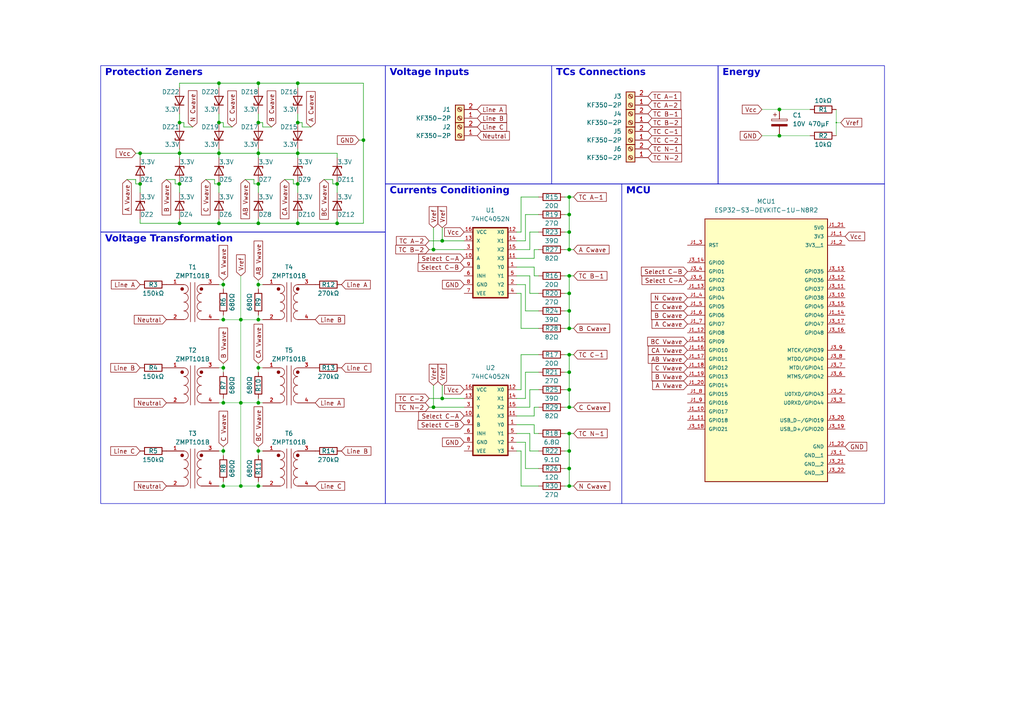
<source format=kicad_sch>
(kicad_sch (version 20230121) (generator eeschema)
  (paper "A4")
  (lib_symbols
    (symbol "74HC4052N:74HC4052N" (pin_names (offset 1.016))
      (property "Reference" "U1" (at 0 13.97 0))
      (property "Value" "74HC4052N" (at 0 11.43 0))
      (symbol "74HC4052N_0_0"
        (pin bidirectional line (at 7.62 -2.54 180) (length 2.54) (name "Y0") (number "1"))
        (pin input line (at -7.62 0 0) (length 2.54) (name "A") (number "10"))
        (pin bidirectional line (at 7.62 0 180) (length 2.54) (name "X3") (number "11"))
        (pin bidirectional line (at 7.62 7.62 180) (length 2.54) (name "X0") (number "12"))
        (pin bidirectional line (at -7.62 5.08 0) (length 2.54) (name "X") (number "13"))
        (pin bidirectional line (at 7.62 5.08 180) (length 2.54) (name "X1") (number "14"))
        (pin bidirectional line (at 7.62 2.54 180) (length 2.54) (name "X2") (number "15"))
        (pin power_in line (at -7.62 7.62 0) (length 2.54) (name "VCC") (number "16"))
        (pin bidirectional line (at 7.62 -7.62 180) (length 2.54) (name "Y2") (number "2"))
        (pin bidirectional line (at -7.62 2.54 0) (length 2.54) (name "Y") (number "3"))
        (pin bidirectional line (at 7.62 -10.16 180) (length 2.54) (name "Y3") (number "4"))
        (pin bidirectional line (at 7.62 -5.08 180) (length 2.54) (name "Y1") (number "5"))
        (pin input line (at -7.62 -5.08 0) (length 2.54) (name "INH") (number "6"))
        (pin power_in line (at -7.62 -10.16 0) (length 2.54) (name "VEE") (number "7"))
        (pin power_in line (at -7.62 -7.62 0) (length 2.54) (name "GND") (number "8"))
        (pin input line (at -7.62 -2.54 0) (length 2.54) (name "B") (number "9"))
      )
    )
    (symbol "Connector:Screw_Terminal_01x02" (pin_names (offset 1.016) hide)
      (property "Reference" "J" (at 0 2.54 0))
      (property "Value" "Screw_Terminal_01x02" (at 0 -5.08 0))
      (symbol "Screw_Terminal_01x02_1_1"
        (pin passive line (at -5.08 0 0) (length 3.81) (name "Pin_1") (number "1"))
        (pin passive line (at -5.08 -2.54 0) (length 3.81) (name "Pin_2") (number "2"))
      )
    )
    (symbol "Device:C_Polarized" (pin_numbers hide) (pin_names (offset 0.254))
      (property "Reference" "C" (at 0.635 2.54 0))
      (property "Value" "C_Polarized" (at 0.635 -2.54 0))
      (symbol "C_Polarized_1_1"
        (pin passive line (at 0 3.81 270) (length 2.794) (name "~") (number "1"))
        (pin passive line (at 0 -3.81 90) (length 2.794) (name "~") (number "2"))
      )
    )
    (symbol "Device:D_Zener" (pin_numbers hide) (pin_names (offset 1.016) hide)
      (property "Reference" "D" (at 0 2.54 0))
      (property "Value" "D_Zener" (at 0 -2.54 0))
      (symbol "D_Zener_1_1"
        (pin passive line (at -3.81 0 0) (length 2.54) (name "K") (number "1"))
        (pin passive line (at 3.81 0 180) (length 2.54) (name "A") (number "2"))
      )
    )
    (symbol "Device:R" (pin_numbers hide) (pin_names (offset 0))
      (property "Reference" "R" (at 2.032 0 90))
      (property "Value" "R" (at 0 0 90))
      (symbol "R_1_1"
        (pin passive line (at 0 3.81 270) (length 1.27) (name "~") (number "1"))
        (pin passive line (at 0 -3.81 90) (length 1.27) (name "~") (number "2"))
      )
    )
    (symbol "ESP32-S3-DEVKITC-1U-N8R2:ESP32-S3-DEVKITC-1U-N8R2" (pin_names (offset 1.016))
      (property "Reference" "U" (at -17.78 35.56 0))
      (property "Value" "ESP32-S3-DEVKITC-1U-N8R2" (at -17.78 -45.72 0))
      (symbol "ESP32-S3-DEVKITC-1U-N8R2_0_0"
        (pin power_in line (at 22.86 27.94 180) (length 5.08) (name "3V3") (number "J1_1"))
        (pin bidirectional line (at -22.86 -22.86 0) (length 5.08) (name "GPIO17") (number "J1_10"))
        (pin bidirectional line (at -22.86 -25.4 0) (length 5.08) (name "GPIO18") (number "J1_11"))
        (pin bidirectional line (at -22.86 0 0) (length 5.08) (name "GPIO8") (number "J1_12"))
        (pin bidirectional line (at -22.86 12.7 0) (length 5.08) (name "GPIO3") (number "J1_13"))
        (pin bidirectional line (at 22.86 5.08 180) (length 5.08) (name "GPIO46") (number "J1_14"))
        (pin bidirectional line (at -22.86 -2.54 0) (length 5.08) (name "GPIO9") (number "J1_15"))
        (pin bidirectional line (at -22.86 -5.08 0) (length 5.08) (name "GPIO10") (number "J1_16"))
        (pin bidirectional line (at -22.86 -7.62 0) (length 5.08) (name "GPIO11") (number "J1_17"))
        (pin bidirectional line (at -22.86 -10.16 0) (length 5.08) (name "GPIO12") (number "J1_18"))
        (pin bidirectional line (at -22.86 -12.7 0) (length 5.08) (name "GPIO13") (number "J1_19"))
        (pin power_in line (at 22.86 25.4 180) (length 5.08) (name "3V3__1") (number "J1_2"))
        (pin bidirectional line (at -22.86 -15.24 0) (length 5.08) (name "GPIO14") (number "J1_20"))
        (pin power_in line (at 22.86 30.48 180) (length 5.08) (name "5V0") (number "J1_21"))
        (pin power_in line (at 22.86 -33.02 180) (length 5.08) (name "GND") (number "J1_22"))
        (pin input line (at -22.86 25.4 0) (length 5.08) (name "RST") (number "J1_3"))
        (pin bidirectional line (at -22.86 10.16 0) (length 5.08) (name "GPIO4") (number "J1_4"))
        (pin bidirectional line (at -22.86 7.62 0) (length 5.08) (name "GPIO5") (number "J1_5"))
        (pin bidirectional line (at -22.86 5.08 0) (length 5.08) (name "GPIO6") (number "J1_6"))
        (pin bidirectional line (at -22.86 2.54 0) (length 5.08) (name "GPIO7") (number "J1_7"))
        (pin bidirectional line (at -22.86 -17.78 0) (length 5.08) (name "GPIO15") (number "J1_8"))
        (pin bidirectional line (at -22.86 -20.32 0) (length 5.08) (name "GPIO16") (number "J1_9"))
        (pin power_in line (at 22.86 -35.56 180) (length 5.08) (name "GND__1") (number "J3_1"))
        (pin bidirectional line (at 22.86 10.16 180) (length 5.08) (name "GPIO38") (number "J3_10"))
        (pin bidirectional line (at 22.86 12.7 180) (length 5.08) (name "GPIO37") (number "J3_11"))
        (pin bidirectional line (at 22.86 15.24 180) (length 5.08) (name "GPIO36") (number "J3_12"))
        (pin bidirectional line (at 22.86 17.78 180) (length 5.08) (name "GPIO35") (number "J3_13"))
        (pin bidirectional line (at -22.86 20.32 0) (length 5.08) (name "GPIO0") (number "J3_14"))
        (pin bidirectional line (at 22.86 7.62 180) (length 5.08) (name "GPIO45") (number "J3_15"))
        (pin bidirectional line (at 22.86 0 180) (length 5.08) (name "GPIO48") (number "J3_16"))
        (pin bidirectional line (at 22.86 2.54 180) (length 5.08) (name "GPIO47") (number "J3_17"))
        (pin bidirectional line (at -22.86 -27.94 0) (length 5.08) (name "GPIO21") (number "J3_18"))
        (pin bidirectional line (at 22.86 -27.94 180) (length 5.08) (name "USB_D+/GPIO20") (number "J3_19"))
        (pin bidirectional line (at 22.86 -17.78 180) (length 5.08) (name "U0TXD/GPIO43") (number "J3_2"))
        (pin bidirectional line (at 22.86 -25.4 180) (length 5.08) (name "USB_D-/GPIO19") (number "J3_20"))
        (pin power_in line (at 22.86 -38.1 180) (length 5.08) (name "GND__2") (number "J3_21"))
        (pin power_in line (at 22.86 -40.64 180) (length 5.08) (name "GND__3") (number "J3_22"))
        (pin bidirectional line (at 22.86 -20.32 180) (length 5.08) (name "U0RXD/GPIO44") (number "J3_3"))
        (pin bidirectional line (at -22.86 17.78 0) (length 5.08) (name "GPIO1") (number "J3_4"))
        (pin bidirectional line (at -22.86 15.24 0) (length 5.08) (name "GPIO2") (number "J3_5"))
        (pin bidirectional line (at 22.86 -12.7 180) (length 5.08) (name "MTMS/GPIO42") (number "J3_6"))
        (pin bidirectional line (at 22.86 -10.16 180) (length 5.08) (name "MTDI/GPIO41") (number "J3_7"))
        (pin bidirectional line (at 22.86 -7.62 180) (length 5.08) (name "MTDO/GPIO40") (number "J3_8"))
        (pin bidirectional line (at 22.86 -5.08 180) (length 5.08) (name "MTCK/GPIO39") (number "J3_9"))
      )
    )
    (symbol "ZMPT101B_1" (pin_names (offset 1.016) hide)
      (property "Reference" "T1" (at 0 10.16 0))
      (property "Value" "ZMPT101B" (at 0 7.62 0))
      (symbol "ZMPT101B_1_0_0"
        (pin passive line (at -7.62 5.08 0) (length 5.08) (name "~") (number "1"))
        (pin passive line (at -7.62 -5.08 0) (length 5.08) (name "~") (number "2"))
        (pin passive line (at 7.62 5.08 180) (length 5.08) (name "~") (number "3"))
        (pin passive line (at 7.62 -5.08 180) (length 5.08) (name "~") (number "4"))
      )
    )
  )
  (junction (at 97.79 53.34))
  (junction (at 165.1 140.97))
  (junction (at 105.41 40.64))
  (junction (at 165.1 80.01))
  (junction (at 69.85 116.84))
  (junction (at 64.77 140.97))
  (junction (at 165.1 118.11))
  (junction (at 242.57 35.56) (diameter 0.1))
  (junction (at 128.27 69.85))
  (junction (at 86.36 24.13))
  (junction (at 86.36 44.45))
  (junction (at 165.1 85.09))
  (junction (at 52.07 44.45))
  (junction (at 165.1 113.03))
  (junction (at 165.1 107.95))
  (junction (at 165.1 135.89))
  (junction (at 63.5 44.45))
  (junction (at 63.5 53.34))
  (junction (at 64.77 130.81))
  (junction (at 40.64 44.45))
  (junction (at 165.1 95.25))
  (junction (at 128.27 115.57))
  (junction (at 86.36 53.34))
  (junction (at 125.73 118.11))
  (junction (at 74.93 44.45))
  (junction (at 40.64 53.34))
  (junction (at 86.36 64.77))
  (junction (at 74.93 64.77))
  (junction (at 74.93 24.13))
  (junction (at 165.1 125.73))
  (junction (at 74.93 140.97))
  (junction (at 74.93 53.34))
  (junction (at 74.93 92.71))
  (junction (at 64.77 82.55))
  (junction (at 74.93 106.68))
  (junction (at 165.1 102.87))
  (junction (at 97.79 64.77))
  (junction (at 226.06 31.75))
  (junction (at 69.85 92.71))
  (junction (at 86.36 35.56))
  (junction (at 125.73 72.39))
  (junction (at 52.07 53.34))
  (junction (at 74.93 116.84))
  (junction (at 74.93 82.55))
  (junction (at 69.85 140.97))
  (junction (at 52.07 64.77))
  (junction (at 64.77 106.68))
  (junction (at 63.5 35.56))
  (junction (at 165.1 90.17))
  (junction (at 52.07 35.56))
  (junction (at 64.77 116.84))
  (junction (at 226.06 39.37))
  (junction (at 165.1 62.23))
  (junction (at 63.5 64.77))
  (junction (at 165.1 72.39))
  (junction (at 165.1 57.15))
  (junction (at 74.93 35.56))
  (junction (at 74.93 130.81))
  (junction (at 165.1 67.31))
  (junction (at 64.77 92.71))
  (junction (at 63.5 24.13))
  (junction (at 165.1 130.81))
  (wire (pts (xy 124.46 72.39) (xy 125.73 72.39)))
  (wire (pts (xy 64.77 115.57) (xy 64.77 116.84)) (stroke (width 0.1)))
  (wire (pts (xy 76.2 116.84) (xy 74.93 116.84)) (stroke (width 0.1)))
  (wire (pts (xy 153.67 130.81) (xy 156.21 130.81)))
  (wire (pts (xy 86.36 35.56) (xy 86.36 33.02)))
  (wire (pts (xy 52.07 44.45) (xy 52.07 45.72)))
  (wire (pts (xy 165.1 140.97) (xy 163.83 140.97)))
  (wire (pts (xy 165.1 113.03) (xy 163.83 113.03)))
  (wire (pts (xy 165.1 107.95) (xy 165.1 113.03)))
  (wire (pts (xy 63.5 140.97) (xy 64.77 140.97)) (stroke (width 0.1)))
  (wire (pts (xy 62.23 53.34) (xy 63.5 53.34)))
  (wire (pts (xy 149.86 118.11) (xy 153.67 118.11)))
  (wire (pts (xy 74.93 115.57) (xy 74.93 116.84)) (stroke (width 0.1)))
  (wire (pts (xy 165.1 125.73) (xy 165.1 130.81)))
  (wire (pts (xy 152.4 82.55) (xy 152.4 90.17)))
  (wire (pts (xy 74.93 83.82) (xy 74.93 82.55)) (stroke (width 0.1)))
  (wire (pts (xy 62.23 52.07) (xy 62.23 53.34)))
  (wire (pts (xy 152.4 115.57) (xy 152.4 107.95)))
  (wire (pts (xy 151.13 67.31) (xy 151.13 57.15)))
  (wire (pts (xy 153.67 67.31) (xy 156.21 67.31)))
  (wire (pts (xy 86.36 44.45) (xy 97.79 44.45)))
  (wire (pts (xy 64.77 105.41) (xy 64.77 106.68)) (stroke (width 0.1)))
  (wire (pts (xy 149.86 74.93) (xy 154.94 74.93)))
  (wire (pts (xy 40.64 63.5) (xy 40.64 64.77)))
  (wire (pts (xy 52.07 63.5) (xy 52.07 64.77)))
  (wire (pts (xy 128.27 66.04) (xy 128.27 69.85)))
  (wire (pts (xy 64.77 132.08) (xy 64.77 130.81)) (stroke (width 0.1)))
  (wire (pts (xy 152.4 107.95) (xy 156.21 107.95)))
  (wire (pts (xy 39.37 53.34) (xy 40.64 53.34)))
  (wire (pts (xy 124.46 118.11) (xy 125.73 118.11)))
  (wire (pts (xy 165.1 102.87) (xy 165.1 107.95)))
  (wire (pts (xy 149.86 120.65) (xy 154.94 120.65)))
  (wire (pts (xy 165.1 95.25) (xy 163.83 95.25)))
  (wire (pts (xy 154.94 72.39) (xy 156.21 72.39)))
  (wire (pts (xy 165.1 62.23) (xy 163.83 62.23)))
  (wire (pts (xy 165.1 130.81) (xy 163.83 130.81)))
  (wire (pts (xy 165.1 67.31) (xy 163.83 67.31)))
  (wire (pts (xy 152.4 135.89) (xy 156.21 135.89)))
  (wire (pts (xy 149.86 128.27) (xy 152.4 128.27)))
  (wire (pts (xy 153.67 118.11) (xy 153.67 113.03)))
  (wire (pts (xy 149.86 113.03) (xy 151.13 113.03)))
  (wire (pts (xy 64.77 129.54) (xy 64.77 130.81)) (stroke (width 0.1)))
  (wire (pts (xy 76.2 35.56) (xy 74.93 35.56)))
  (wire (pts (xy 64.77 91.44) (xy 64.77 92.71)) (stroke (width 0.1)))
  (wire (pts (xy 163.83 102.87) (xy 165.1 102.87)))
  (wire (pts (xy 149.86 72.39) (xy 153.67 72.39)))
  (wire (pts (xy 154.94 74.93) (xy 154.94 72.39)))
  (wire (pts (xy 220.98 39.37) (xy 226.06 39.37)) (stroke (width 0.1)))
  (wire (pts (xy 151.13 113.03) (xy 151.13 102.87)))
  (wire (pts (xy 165.1 118.11) (xy 163.83 118.11)))
  (wire (pts (xy 63.5 82.55) (xy 64.77 82.55)) (stroke (width 0.1)))
  (wire (pts (xy 74.93 81.28) (xy 74.93 82.55)) (stroke (width 0.1)))
  (wire (pts (xy 40.64 45.72) (xy 40.64 44.45)))
  (wire (pts (xy 151.13 85.09) (xy 151.13 95.25)))
  (wire (pts (xy 154.94 77.47) (xy 154.94 80.01)))
  (wire (pts (xy 242.57 31.75) (xy 242.57 35.56)) (stroke (width 0.1)))
  (wire (pts (xy 153.67 80.01) (xy 153.67 85.09)))
  (wire (pts (xy 55.88 36.83) (xy 53.34 36.83)))
  (wire (pts (xy 71.12 52.07) (xy 73.66 52.07)))
  (wire (pts (xy 165.1 80.01) (xy 165.1 85.09)))
  (wire (pts (xy 93.98 52.07) (xy 96.52 52.07)))
  (wire (pts (xy 151.13 130.81) (xy 151.13 140.97)))
  (wire (pts (xy 105.41 24.13) (xy 86.36 24.13)))
  (wire (pts (xy 165.1 90.17) (xy 163.83 90.17)))
  (wire (pts (xy 105.41 64.77) (xy 105.41 40.64)))
  (wire (pts (xy 165.1 72.39) (xy 163.83 72.39)))
  (wire (pts (xy 165.1 118.11) (xy 166.37 118.11)))
  (wire (pts (xy 153.67 125.73) (xy 153.67 130.81)))
  (wire (pts (xy 40.64 44.45) (xy 52.07 44.45)))
  (wire (pts (xy 165.1 57.15) (xy 163.83 57.15)))
  (wire (pts (xy 64.77 139.7) (xy 64.77 140.97)) (stroke (width 0.1)))
  (wire (pts (xy 124.46 69.85) (xy 128.27 69.85)))
  (wire (pts (xy 74.93 107.95) (xy 74.93 106.68)) (stroke (width 0.1)))
  (wire (pts (xy 64.77 107.95) (xy 64.77 106.68)) (stroke (width 0.1)))
  (wire (pts (xy 125.73 72.39) (xy 134.62 72.39)))
  (wire (pts (xy 52.07 43.18) (xy 52.07 44.45)))
  (wire (pts (xy 165.1 107.95) (xy 163.83 107.95)))
  (wire (pts (xy 76.2 106.68) (xy 74.93 106.68)) (stroke (width 0.1)))
  (wire (pts (xy 48.26 52.07) (xy 50.8 52.07)))
  (wire (pts (xy 69.85 116.84) (xy 69.85 140.97)) (stroke (width 0.1)))
  (wire (pts (xy 74.93 24.13) (xy 63.5 24.13)))
  (wire (pts (xy 64.77 83.82) (xy 64.77 82.55)) (stroke (width 0.1)))
  (wire (pts (xy 53.34 35.56) (xy 52.07 35.56)))
  (wire (pts (xy 39.37 52.07) (xy 39.37 53.34)))
  (wire (pts (xy 242.57 35.56) (xy 242.57 39.37)) (stroke (width 0.1)))
  (wire (pts (xy 165.1 62.23) (xy 165.1 57.15)))
  (wire (pts (xy 78.74 36.83) (xy 76.2 36.83)))
  (wire (pts (xy 87.63 35.56) (xy 86.36 35.56)))
  (wire (pts (xy 86.36 43.18) (xy 86.36 44.45)))
  (wire (pts (xy 152.4 69.85) (xy 152.4 62.23)))
  (wire (pts (xy 36.83 52.07) (xy 39.37 52.07)))
  (wire (pts (xy 74.93 63.5) (xy 74.93 64.77)))
  (wire (pts (xy 165.1 85.09) (xy 163.83 85.09)))
  (wire (pts (xy 165.1 80.01) (xy 163.83 80.01)))
  (wire (pts (xy 165.1 140.97) (xy 166.37 140.97)))
  (wire (pts (xy 97.79 44.45) (xy 97.79 45.72)))
  (wire (pts (xy 63.5 35.56) (xy 63.5 33.02)))
  (wire (pts (xy 82.55 52.07) (xy 85.09 52.07)))
  (wire (pts (xy 64.77 36.83) (xy 64.77 35.56)))
  (wire (pts (xy 149.86 130.81) (xy 151.13 130.81)))
  (wire (pts (xy 74.93 105.41) (xy 74.93 106.68)) (stroke (width 0.1)))
  (wire (pts (xy 86.36 64.77) (xy 97.79 64.77)))
  (wire (pts (xy 76.2 92.71) (xy 74.93 92.71)) (stroke (width 0.1)))
  (wire (pts (xy 86.36 63.5) (xy 86.36 64.77)))
  (wire (pts (xy 125.73 118.11) (xy 134.62 118.11)))
  (wire (pts (xy 163.83 125.73) (xy 165.1 125.73)))
  (wire (pts (xy 96.52 52.07) (xy 96.52 53.34)))
  (wire (pts (xy 86.36 24.13) (xy 74.93 24.13)))
  (wire (pts (xy 149.86 67.31) (xy 151.13 67.31)))
  (wire (pts (xy 152.4 62.23) (xy 156.21 62.23)))
  (wire (pts (xy 63.5 64.77) (xy 74.93 64.77)))
  (wire (pts (xy 154.94 125.73) (xy 156.21 125.73)))
  (wire (pts (xy 67.31 36.83) (xy 64.77 36.83)))
  (wire (pts (xy 149.86 77.47) (xy 154.94 77.47)))
  (wire (pts (xy 74.93 44.45) (xy 86.36 44.45)))
  (wire (pts (xy 151.13 95.25) (xy 156.21 95.25)))
  (wire (pts (xy 165.1 102.87) (xy 166.37 102.87)))
  (wire (pts (xy 149.86 123.19) (xy 154.94 123.19)))
  (wire (pts (xy 151.13 85.09) (xy 149.86 85.09)))
  (wire (pts (xy 63.5 63.5) (xy 63.5 64.77)))
  (wire (pts (xy 73.66 53.34) (xy 74.93 53.34)))
  (wire (pts (xy 63.5 106.68) (xy 64.77 106.68)) (stroke (width 0.1)))
  (wire (pts (xy 64.77 116.84) (xy 69.85 116.84)) (stroke (width 0.1)))
  (wire (pts (xy 151.13 57.15) (xy 156.21 57.15)))
  (wire (pts (xy 86.36 24.13) (xy 86.36 25.4)))
  (wire (pts (xy 52.07 44.45) (xy 63.5 44.45)))
  (wire (pts (xy 152.4 90.17) (xy 156.21 90.17)))
  (wire (pts (xy 40.64 64.77) (xy 52.07 64.77)))
  (wire (pts (xy 59.69 52.07) (xy 62.23 52.07)))
  (wire (pts (xy 149.86 80.01) (xy 153.67 80.01)))
  (wire (pts (xy 64.77 140.97) (xy 69.85 140.97)) (stroke (width 0.1)))
  (wire (pts (xy 128.27 69.85) (xy 134.62 69.85)))
  (wire (pts (xy 154.94 80.01) (xy 156.21 80.01)))
  (wire (pts (xy 63.5 24.13) (xy 63.5 25.4)))
  (wire (pts (xy 69.85 140.97) (xy 74.93 140.97)) (stroke (width 0.1)))
  (wire (pts (xy 152.4 128.27) (xy 152.4 135.89)))
  (wire (pts (xy 165.1 72.39) (xy 166.37 72.39)))
  (wire (pts (xy 128.27 111.76) (xy 128.27 115.57)))
  (wire (pts (xy 125.73 66.04) (xy 125.73 72.39)))
  (wire (pts (xy 226.06 39.37) (xy 234.95 39.37)) (stroke (width 0.1)))
  (wire (pts (xy 97.79 64.77) (xy 105.41 64.77)))
  (wire (pts (xy 149.86 82.55) (xy 152.4 82.55)))
  (wire (pts (xy 151.13 140.97) (xy 156.21 140.97)))
  (wire (pts (xy 166.37 80.01) (xy 165.1 80.01)))
  (wire (pts (xy 153.67 113.03) (xy 156.21 113.03)))
  (wire (pts (xy 124.46 115.57) (xy 128.27 115.57)))
  (wire (pts (xy 63.5 130.81) (xy 64.77 130.81)) (stroke (width 0.1)))
  (wire (pts (xy 63.5 53.34) (xy 63.5 55.88)))
  (wire (pts (xy 149.86 69.85) (xy 152.4 69.85)))
  (wire (pts (xy 63.5 24.13) (xy 52.07 24.13)))
  (wire (pts (xy 165.1 125.73) (xy 166.37 125.73)))
  (wire (pts (xy 97.79 64.77) (xy 97.79 63.5)))
  (wire (pts (xy 96.52 53.34) (xy 97.79 53.34)))
  (wire (pts (xy 74.93 129.54) (xy 74.93 130.81)) (stroke (width 0.1)))
  (wire (pts (xy 165.1 113.03) (xy 165.1 118.11)))
  (wire (pts (xy 153.67 72.39) (xy 153.67 67.31)))
  (wire (pts (xy 165.1 95.25) (xy 166.37 95.25)))
  (wire (pts (xy 50.8 53.34) (xy 52.07 53.34)))
  (wire (pts (xy 165.1 85.09) (xy 165.1 90.17)))
  (wire (pts (xy 74.93 64.77) (xy 86.36 64.77)))
  (wire (pts (xy 64.77 81.28) (xy 64.77 82.55)) (stroke (width 0.1)))
  (wire (pts (xy 74.93 139.7) (xy 74.93 140.97)) (stroke (width 0.1)))
  (wire (pts (xy 153.67 85.09) (xy 156.21 85.09)))
  (wire (pts (xy 74.93 24.13) (xy 74.93 25.4)))
  (wire (pts (xy 97.79 53.34) (xy 97.79 55.88)))
  (wire (pts (xy 242.57 35.56) (xy 243.84 35.56)) (stroke (width 0.1)))
  (wire (pts (xy 74.93 91.44) (xy 74.93 92.71)) (stroke (width 0.1)))
  (wire (pts (xy 165.1 62.23) (xy 165.1 67.31)))
  (wire (pts (xy 50.8 52.07) (xy 50.8 53.34)))
  (wire (pts (xy 76.2 82.55) (xy 74.93 82.55)) (stroke (width 0.1)))
  (wire (pts (xy 165.1 67.31) (xy 165.1 72.39)))
  (wire (pts (xy 74.93 43.18) (xy 74.93 44.45)))
  (wire (pts (xy 64.77 92.71) (xy 69.85 92.71)) (stroke (width 0.1)))
  (wire (pts (xy 52.07 24.13) (xy 52.07 25.4)))
  (wire (pts (xy 154.94 123.19) (xy 154.94 125.73)))
  (wire (pts (xy 69.85 92.71) (xy 69.85 116.84)) (stroke (width 0.1)))
  (wire (pts (xy 52.07 35.56) (xy 52.07 33.02)))
  (wire (pts (xy 74.93 35.56) (xy 74.93 33.02)))
  (wire (pts (xy 74.93 132.08) (xy 74.93 130.81)) (stroke (width 0.1)))
  (wire (pts (xy 52.07 64.77) (xy 63.5 64.77)))
  (wire (pts (xy 63.5 43.18) (xy 63.5 44.45)))
  (wire (pts (xy 63.5 44.45) (xy 74.93 44.45)))
  (wire (pts (xy 165.1 90.17) (xy 165.1 95.25)))
  (wire (pts (xy 151.13 102.87) (xy 156.21 102.87)))
  (wire (pts (xy 149.86 115.57) (xy 152.4 115.57)))
  (wire (pts (xy 85.09 53.34) (xy 86.36 53.34)))
  (wire (pts (xy 74.93 44.45) (xy 74.93 45.72)))
  (wire (pts (xy 69.85 92.71) (xy 69.85 80.01)) (stroke (width 0.1)))
  (wire (pts (xy 64.77 35.56) (xy 63.5 35.56)))
  (wire (pts (xy 105.41 40.64) (xy 104.14 40.64)))
  (wire (pts (xy 63.5 116.84) (xy 64.77 116.84)) (stroke (width 0.1)))
  (wire (pts (xy 69.85 116.84) (xy 74.93 116.84)) (stroke (width 0.1)))
  (wire (pts (xy 73.66 52.07) (xy 73.66 53.34)))
  (wire (pts (xy 52.07 53.34) (xy 52.07 55.88)))
  (wire (pts (xy 165.1 135.89) (xy 163.83 135.89)))
  (wire (pts (xy 220.98 31.75) (xy 226.06 31.75)) (stroke (width 0.1)))
  (wire (pts (xy 53.34 36.83) (xy 53.34 35.56)))
  (wire (pts (xy 63.5 44.45) (xy 63.5 45.72)))
  (wire (pts (xy 69.85 92.71) (xy 74.93 92.71)) (stroke (width 0.1)))
  (wire (pts (xy 63.5 92.71) (xy 64.77 92.71)) (stroke (width 0.1)))
  (wire (pts (xy 226.06 31.75) (xy 234.95 31.75)) (stroke (width 0.1)))
  (wire (pts (xy 149.86 125.73) (xy 153.67 125.73)))
  (wire (pts (xy 40.64 53.34) (xy 40.64 55.88)))
  (wire (pts (xy 76.2 140.97) (xy 74.93 140.97)) (stroke (width 0.1)))
  (wire (pts (xy 128.27 115.57) (xy 134.62 115.57)))
  (wire (pts (xy 165.1 135.89) (xy 165.1 140.97)))
  (wire (pts (xy 76.2 36.83) (xy 76.2 35.56)))
  (wire (pts (xy 166.37 57.15) (xy 165.1 57.15)))
  (wire (pts (xy 105.41 40.64) (xy 105.41 24.13)))
  (wire (pts (xy 74.93 53.34) (xy 74.93 55.88)))
  (wire (pts (xy 87.63 36.83) (xy 87.63 35.56)))
  (wire (pts (xy 86.36 44.45) (xy 86.36 45.72)))
  (wire (pts (xy 86.36 53.34) (xy 86.36 55.88)))
  (wire (pts (xy 125.73 111.76) (xy 125.73 118.11)))
  (wire (pts (xy 76.2 130.81) (xy 74.93 130.81)) (stroke (width 0.1)))
  (wire (pts (xy 85.09 52.07) (xy 85.09 53.34)))
  (wire (pts (xy 90.17 36.83) (xy 87.63 36.83)))
  (wire (pts (xy 165.1 130.81) (xy 165.1 135.89)))
  (wire (pts (xy 154.94 118.11) (xy 156.21 118.11)))
  (wire (pts (xy 154.94 120.65) (xy 154.94 118.11)))
  (wire (pts (xy 39.37 44.45) (xy 40.64 44.45)))
  (rectangle (start 180.34 53.34) (end 256.54 146.05))
  (rectangle (start 160.02 19.05) (end 208.28 53.34))
  (rectangle (start 208.28 19.05) (end 256.54 53.34))
  (rectangle (start 111.76 53.34) (end 180.34 146.05))
  (rectangle (start 111.76 19.05) (end 160.02 53.34))
  (rectangle (start 29.21 19.05) (end 111.76 67.31))
  (rectangle (start 29.21 67.31) (end 111.76 146.05))
  (text "MCU" (at 181.61 57.15 0) (effects (font (size 2 2) (thickness 0.254) bold) (justify left bottom)))
  (text "Energy" (at 209.55 22.86 0) (effects (font (size 2 2) (thickness 0.254) bold) (justify left bottom)))
  (text "Voltage Inputs" (at 113.03 22.86 0) (effects (font (size 2 2) (thickness 0.254) bold) (justify left bottom)))
  (text "Protection Zeners" (at 30.48 22.86 0) (effects (font (size 2 2) (thickness 0.254) bold) (justify left bottom)))
  (text "Voltage Transformation\n" (at 30.48 71.12 0) (effects (font (size 2 2) (thickness 0.254) bold) (justify left bottom)))
  (text "TCs Connections" (at 161.29 22.86 0) (effects (font (size 2 2) (thickness 0.254) bold) (justify left bottom)))
  (text "Currents Conditioning" (at 113.03 57.15 0) (effects (font (size 2 2) (thickness 0.254) bold) (justify left bottom)))
  (global_label "Vcc" (shape input) (at 134.62 67.31 180) (property "Intersheetrefs" "${INTERSHEET_REFS}" (effects hide)))
  (global_label "Vcc" (shape input) (at 220.98 31.75 180) (property "Intersheetrefs" "${INTERSHEET_REFS}" (effects hide)))
  (global_label "AB Vwave" (shape input) (at 199.39 104.14 180) (property "Intersheetrefs" "${INTERSHEET_REFS}" (effects hide)))
  (global_label "Neutral" (shape input) (at 138.43 39.37 0) (property "Intersheetrefs" "${INTERSHEET_REFS}" (effects hide)))
  (global_label "Vref" (shape input) (at 125.73 66.04 90) (property "Intersheetrefs" "${INTERSHEET_REFS}" (effects hide)))
  (global_label "A Vwave" (shape input) (at 36.83 52.07 270) (property "Intersheetrefs" "${INTERSHEET_REFS}" (effects hide)))
  (global_label "N Cwave" (shape input) (at 55.88 36.83 90) (property "Intersheetrefs" "${INTERSHEET_REFS}" (effects hide)))
  (global_label "GND" (shape input) (at 245.11 129.54 0) (property "Intersheetrefs" "${INTERSHEET_REFS}" (effects hide)))
  (global_label "Vref" (shape input) (at 243.84 35.56 0) (property "Intersheetrefs" "${INTERSHEET_REFS}" (effects hide)))
  (global_label "A Vwave" (shape input) (at 199.39 111.76 180) (property "Intersheetrefs" "${INTERSHEET_REFS}" (effects hide)))
  (global_label "B Cwave" (shape input) (at 166.37 95.25 0) (property "Intersheetrefs" "${INTERSHEET_REFS}" (effects hide)))
  (global_label "Line C" (shape input) (at 91.44 140.97 0) (property "Intersheetrefs" "${INTERSHEET_REFS}" (effects hide)))
  (global_label "C Vwave" (shape input) (at 59.69 52.07 270) (property "Intersheetrefs" "${INTERSHEET_REFS}" (effects hide)))
  (global_label "Line C" (shape input) (at 138.43 36.83 0) (property "Intersheetrefs" "${INTERSHEET_REFS}" (effects hide)))
  (global_label "Vref" (shape input) (at 128.27 111.76 90) (property "Intersheetrefs" "${INTERSHEET_REFS}" (effects hide)))
  (global_label "Vref" (shape input) (at 69.85 80.01 90) (property "Intersheetrefs" "${INTERSHEET_REFS}" (effects hide)))
  (global_label "TC C-1" (shape input) (at 187.96 38.1 0) (property "Intersheetrefs" "${INTERSHEET_REFS}" (effects hide)))
  (global_label "C Vwave" (shape input) (at 64.77 129.54 90) (property "Intersheetrefs" "${INTERSHEET_REFS}" (effects hide)))
  (global_label "TC N-2" (shape input) (at 187.96 45.72 0) (property "Intersheetrefs" "${INTERSHEET_REFS}" (effects hide)))
  (global_label "A Cwave" (shape input) (at 199.39 93.98 180) (property "Intersheetrefs" "${INTERSHEET_REFS}" (effects hide)))
  (global_label "Select C-B" (shape input) (at 134.62 123.19 180) (property "Intersheetrefs" "${INTERSHEET_REFS}" (effects hide)))
  (global_label "AB Vwave" (shape input) (at 71.12 52.07 270) (property "Intersheetrefs" "${INTERSHEET_REFS}" (effects hide)))
  (global_label "Select C-B" (shape input) (at 199.39 78.74 180) (property "Intersheetrefs" "${INTERSHEET_REFS}" (effects hide)))
  (global_label "Line C" (shape input) (at 40.64 130.81 180) (property "Intersheetrefs" "${INTERSHEET_REFS}" (effects hide)))
  (global_label "Line A" (shape input) (at 99.06 82.55 0) (property "Intersheetrefs" "${INTERSHEET_REFS}" (effects hide)))
  (global_label "Select C-B" (shape input) (at 134.62 77.47 180) (property "Intersheetrefs" "${INTERSHEET_REFS}" (effects hide)))
  (global_label "B Vwave" (shape input) (at 48.26 52.07 270) (property "Intersheetrefs" "${INTERSHEET_REFS}" (effects hide)))
  (global_label "N Cwave" (shape input) (at 166.37 140.97 0) (property "Intersheetrefs" "${INTERSHEET_REFS}" (effects hide)))
  (global_label "C Cwave" (shape input) (at 166.37 118.11 0) (property "Intersheetrefs" "${INTERSHEET_REFS}" (effects hide)))
  (global_label "Vref" (shape input) (at 128.27 66.04 90) (property "Intersheetrefs" "${INTERSHEET_REFS}" (effects hide)))
  (global_label "GND" (shape input) (at 134.62 128.27 180) (property "Intersheetrefs" "${INTERSHEET_REFS}" (effects hide)))
  (global_label "A Cwave" (shape input) (at 90.17 36.83 90) (property "Intersheetrefs" "${INTERSHEET_REFS}" (effects hide)))
  (global_label "Select C-A" (shape input) (at 199.39 81.28 180) (property "Intersheetrefs" "${INTERSHEET_REFS}" (effects hide)))
  (global_label "A Vwave" (shape input) (at 64.77 81.28 90) (property "Intersheetrefs" "${INTERSHEET_REFS}" (effects hide)))
  (global_label "CA Vwave" (shape input) (at 82.55 52.07 270) (property "Intersheetrefs" "${INTERSHEET_REFS}" (effects hide)))
  (global_label "Line B" (shape input) (at 91.44 92.71 0) (property "Intersheetrefs" "${INTERSHEET_REFS}" (effects hide)))
  (global_label "TC B-2" (shape input) (at 124.46 72.39 180) (property "Intersheetrefs" "${INTERSHEET_REFS}" (effects hide)))
  (global_label "Neutral" (shape input) (at 48.26 116.84 180) (property "Intersheetrefs" "${INTERSHEET_REFS}" (effects hide)))
  (global_label "Neutral" (shape input) (at 48.26 92.71 180) (property "Intersheetrefs" "${INTERSHEET_REFS}" (effects hide)))
  (global_label "Line B" (shape input) (at 40.64 106.68 180) (property "Intersheetrefs" "${INTERSHEET_REFS}" (effects hide)))
  (global_label "AB Vwave" (shape input) (at 74.93 81.28 90) (property "Intersheetrefs" "${INTERSHEET_REFS}" (effects hide)))
  (global_label "A Cwave" (shape input) (at 166.37 72.39 0) (property "Intersheetrefs" "${INTERSHEET_REFS}" (effects hide)))
  (global_label "TC A-2" (shape input) (at 187.96 30.48 0) (property "Intersheetrefs" "${INTERSHEET_REFS}" (effects hide)))
  (global_label "BC Vwave" (shape input) (at 199.39 99.06 180) (property "Intersheetrefs" "${INTERSHEET_REFS}" (effects hide)))
  (global_label "B Vwave" (shape input) (at 199.39 109.22 180) (property "Intersheetrefs" "${INTERSHEET_REFS}" (effects hide)))
  (global_label "Vcc" (shape input) (at 245.11 68.58 0) (property "Intersheetrefs" "${INTERSHEET_REFS}" (effects hide)))
  (global_label "CA Vwave" (shape input) (at 199.39 101.6 180) (property "Intersheetrefs" "${INTERSHEET_REFS}" (effects hide)))
  (global_label "B Vwave" (shape input) (at 64.77 105.41 90) (property "Intersheetrefs" "${INTERSHEET_REFS}" (effects hide)))
  (global_label "TC C-2" (shape input) (at 187.96 40.64 0) (property "Intersheetrefs" "${INTERSHEET_REFS}" (effects hide)))
  (global_label "B Cwave" (shape input) (at 78.74 36.83 90) (property "Intersheetrefs" "${INTERSHEET_REFS}" (effects hide)))
  (global_label "C Cwave" (shape input) (at 199.39 88.9 180) (property "Intersheetrefs" "${INTERSHEET_REFS}" (effects hide)))
  (global_label "Line B" (shape input) (at 138.43 34.29 0) (property "Intersheetrefs" "${INTERSHEET_REFS}" (effects hide)))
  (global_label "Vcc" (shape input) (at 39.37 44.45 180) (property "Intersheetrefs" "${INTERSHEET_REFS}" (effects hide)))
  (global_label "TC A-2" (shape input) (at 124.46 69.85 180) (property "Intersheetrefs" "${INTERSHEET_REFS}" (effects hide)))
  (global_label "Line A" (shape input) (at 40.64 82.55 180) (property "Intersheetrefs" "${INTERSHEET_REFS}" (effects hide)))
  (global_label "N Cwave" (shape input) (at 199.39 86.36 180) (property "Intersheetrefs" "${INTERSHEET_REFS}" (effects hide)))
  (global_label "TC B-2" (shape input) (at 187.96 35.56 0) (property "Intersheetrefs" "${INTERSHEET_REFS}" (effects hide)))
  (global_label "Line A" (shape input) (at 91.44 116.84 0) (property "Intersheetrefs" "${INTERSHEET_REFS}" (effects hide)))
  (global_label "TC A-1" (shape input) (at 166.37 57.15 0) (property "Intersheetrefs" "${INTERSHEET_REFS}" (effects hide)))
  (global_label "TC B-1" (shape input) (at 166.37 80.01 0) (property "Intersheetrefs" "${INTERSHEET_REFS}" (effects hide)))
  (global_label "Line C" (shape input) (at 99.06 106.68 0) (property "Intersheetrefs" "${INTERSHEET_REFS}" (effects hide)))
  (global_label "TC N-1" (shape input) (at 166.37 125.73 0) (property "Intersheetrefs" "${INTERSHEET_REFS}" (effects hide)))
  (global_label "GND" (shape input) (at 104.14 40.64 180) (property "Intersheetrefs" "${INTERSHEET_REFS}" (effects hide)))
  (global_label "Vref" (shape input) (at 125.73 111.76 90) (property "Intersheetrefs" "${INTERSHEET_REFS}" (effects hide)))
  (global_label "C Vwave" (shape input) (at 199.39 106.68 180) (property "Intersheetrefs" "${INTERSHEET_REFS}" (effects hide)))
  (global_label "Vcc" (shape input) (at 134.62 113.03 180) (property "Intersheetrefs" "${INTERSHEET_REFS}" (effects hide)))
  (global_label "B Cwave" (shape input) (at 199.39 91.44 180) (property "Intersheetrefs" "${INTERSHEET_REFS}" (effects hide)))
  (global_label "TC C-2" (shape input) (at 124.46 115.57 180) (property "Intersheetrefs" "${INTERSHEET_REFS}" (effects hide)))
  (global_label "TC B-1" (shape input) (at 187.96 33.02 0) (property "Intersheetrefs" "${INTERSHEET_REFS}" (effects hide)))
  (global_label "CA Vwave" (shape input) (at 74.93 105.41 90) (property "Intersheetrefs" "${INTERSHEET_REFS}" (effects hide)))
  (global_label "Line A" (shape input) (at 138.43 31.75 0) (property "Intersheetrefs" "${INTERSHEET_REFS}" (effects hide)))
  (global_label "Neutral" (shape input) (at 48.26 140.97 180) (property "Intersheetrefs" "${INTERSHEET_REFS}" (effects hide)))
  (global_label "BC Vwave" (shape input) (at 74.93 129.54 90) (property "Intersheetrefs" "${INTERSHEET_REFS}" (effects hide)))
  (global_label "Select C-A" (shape input) (at 134.62 120.65 180) (property "Intersheetrefs" "${INTERSHEET_REFS}" (effects hide)))
  (global_label "TC C-1" (shape input) (at 166.37 102.87 0) (property "Intersheetrefs" "${INTERSHEET_REFS}" (effects hide)))
  (global_label "TC N-2" (shape input) (at 124.46 118.11 180) (property "Intersheetrefs" "${INTERSHEET_REFS}" (effects hide)))
  (global_label "GND" (shape input) (at 134.62 82.55 180) (property "Intersheetrefs" "${INTERSHEET_REFS}" (effects hide)))
  (global_label "GND" (shape input) (at 220.98 39.37 180) (property "Intersheetrefs" "${INTERSHEET_REFS}" (effects hide)))
  (global_label "BC Vwave" (shape input) (at 93.98 52.07 270) (property "Intersheetrefs" "${INTERSHEET_REFS}" (effects hide)))
  (global_label "Select C-A" (shape input) (at 134.62 74.93 180) (property "Intersheetrefs" "${INTERSHEET_REFS}" (effects hide)))
  (global_label "C Cwave" (shape input) (at 67.31 36.83 90) (property "Intersheetrefs" "${INTERSHEET_REFS}" (effects hide)))
  (global_label "TC A-1" (shape input) (at 187.96 27.94 0) (property "Intersheetrefs" "${INTERSHEET_REFS}" (effects hide)))
  (global_label "Line B" (shape input) (at 99.06 130.81 0) (property "Intersheetrefs" "${INTERSHEET_REFS}" (effects hide)))
  (global_label "TC N-1" (shape input) (at 187.96 43.18 0) (property "Intersheetrefs" "${INTERSHEET_REFS}" (effects hide)))
  (symbol (lib_id "Device:D_Zener") (at 74.93 49.53 270) (unit 1)
    (property "Reference" "DZ7" (at 74.93 52.07 90) (effects (justify left)))
    (property "Value" "3.3V" (at 74.93 46.99 90) (effects (justify left)))
    (property "Footprint" "Diode_THT:D_DO-34_SOD68_P7.62mm_Horizontal" (effects hide))
  )
  (symbol (lib_id "Device:R") (at 160.02 102.87 270) (unit 1)
    (property "Reference" "R17" (at 160.02 102.87 90))
    (property "Value" "20Ω" (at 160.02 105.41 90))
    (property "Footprint" "Resistor_THT:R_Axial_DIN0207_L6.3mm_D2.5mm_P10.16mm_Horizontal" (effects hide))
  )
  (symbol (lib_id "Device:R") (at 160.02 80.01 270) (unit 1)
    (property "Reference" "R16" (at 160.02 80.01 90))
    (property "Value" "20Ω" (at 160.02 82.55 90))
    (property "Footprint" "Resistor_THT:R_Axial_DIN0207_L6.3mm_D2.5mm_P10.16mm_Horizontal" (effects hide))
  )
  (symbol (lib_id "Device:R") (at 238.76 31.75 90) (unit 1)
    (property "Reference" "R1" (at 238.76 31.75 90))
    (property "Value" "10kΩ" (at 238.76 29.21 90))
    (property "Footprint" "Resistor_THT:R_Axial_DIN0207_L6.3mm_D2.5mm_P10.16mm_Horizontal" (effects hide))
  )
  (symbol (lib_id "Connector:Screw_Terminal_01x02") (at 182.88 35.56 180) (unit 1)
    (property "Reference" "J4" (at 179.07 33.02 0))
    (property "Value" "KF350-2P" (at 175.26 35.56 0))
    (property "Footprint" "TerminalBlock:TerminalBlock_bornier-2_P5.08mm" (effects hide))
  )
  (symbol (lib_id "Device:D_Zener") (at 63.5 49.53 270) (unit 1)
    (property "Reference" "DZ5" (at 63.5 52.07 90) (effects (justify left)))
    (property "Value" "3.3V" (at 63.5 46.99 90) (effects (justify left)))
    (property "Footprint" "Diode_THT:D_DO-34_SOD68_P7.62mm_Horizontal" (effects hide))
  )
  (symbol (lib_id "Device:R") (at 44.45 106.68 270) (unit 1)
    (property "Reference" "R4" (at 44.45 106.68 90))
    (property "Value" "150kΩ" (at 44.45 109.22 90))
    (property "Footprint" "Resistor_THT:R_Axial_DIN0207_L6.3mm_D2.5mm_P10.16mm_Horizontal" (effects hide))
  )
  (symbol (lib_id "ESP32-S3-DEVKITC-1U-N8R2:ESP32-S3-DEVKITC-1U-N8R2") (at 222.25 96.52 0) (unit 1)
    (property "Reference" "MCU1" (at 222.25 58.42 0))
    (property "Value" "ESP32-S3-DEVKITC-1U-N8R2" (at 222.25 60.96 0))
    (property "Footprint" "SnapEDA Library:XCVR_ESP32-S3-DEVKITC-1U-N8R2" (effects hide))
    (property "PARTREV" "5.3" (effects hide))
    (property "STANDARD" "Manufacturer Recommendations" (effects hide))
    (property "MAXIMUM_PACKAGE_HEIGHT" "10.69mm" (effects hide))
    (property "MANUFACTURER" "Espressif" (effects hide))
  )
  (symbol (lib_id "Device:R") (at 74.93 87.63 180) (unit 1)
    (property "Reference" "R9" (at 74.93 87.63 90))
    (property "Value" "680Ω" (at 72.39 87.63 90))
    (property "Footprint" "Resistor_THT:R_Axial_DIN0207_L6.3mm_D2.5mm_P10.16mm_Horizontal" (effects hide))
  )
  (symbol (lib_id "Device:R") (at 64.77 111.76 0) (unit 1)
    (property "Reference" "R7" (at 64.77 111.76 90))
    (property "Value" "680Ω" (at 67.31 111.76 90))
    (property "Footprint" "Resistor_THT:R_Axial_DIN0207_L6.3mm_D2.5mm_P10.16mm_Horizontal" (effects hide))
  )
  (symbol (lib_name "ZMPT101B_1") (lib_id "ZMPT101B:ZMPT101B") (at 55.88 87.63 0) (unit 1)
    (property "Reference" "T1" (at 55.88 77.47 0))
    (property "Value" "ZMPT101B" (at 55.88 80.01 0))
    (property "Footprint" "SnapEDA Library:XFMR_ZMPT101B" (effects hide))
    (property "PARTREV" "NA" (effects hide))
    (property "STANDARD" "Manufacturer Recommendations" (effects hide))
    (property "MAXIMUM_PACKAGE_HEIGHT" "18.8mm" (effects hide))
    (property "MANUFACTURER" "Qingxian Zeming Langxi Electronic" (effects hide))
  )
  (symbol (lib_id "Connector:Screw_Terminal_01x02") (at 182.88 45.72 180) (unit 1)
    (property "Reference" "J6" (at 179.07 43.18 0))
    (property "Value" "KF350-2P" (at 175.26 45.72 0))
    (property "Footprint" "TerminalBlock:TerminalBlock_bornier-2_P5.08mm" (effects hide))
  )
  (symbol (lib_id "Device:D_Zener") (at 74.93 29.21 90) (unit 1)
    (property "Reference" "DZ18" (at 74.93 26.67 90) (effects (justify left)))
    (property "Value" "3.3V" (at 74.93 31.75 90) (effects (justify left)))
    (property "Footprint" "Diode_THT:D_DO-34_SOD68_P7.62mm_Horizontal" (effects hide))
  )
  (symbol (lib_id "Device:R") (at 238.76 39.37 270) (unit 1)
    (property "Reference" "R2" (at 238.76 39.37 90))
    (property "Value" "10kΩ" (at 238.76 41.91 90))
    (property "Footprint" "Resistor_THT:R_Axial_DIN0207_L6.3mm_D2.5mm_P10.16mm_Horizontal" (effects hide))
  )
  (symbol (lib_id "Device:D_Zener") (at 86.36 39.37 90) (unit 1)
    (property "Reference" "DZ15" (at 86.36 36.83 90) (effects (justify left)))
    (property "Value" "3.3V" (at 86.36 41.91 90) (effects (justify left)))
    (property "Footprint" "Diode_THT:D_DO-34_SOD68_P7.62mm_Horizontal" (effects hide))
  )
  (symbol (lib_id "Device:D_Zener") (at 97.79 59.69 270) (unit 1)
    (property "Reference" "DZ12" (at 97.79 62.23 90) (effects (justify left)))
    (property "Value" "3.3V" (at 97.79 57.15 90) (effects (justify left)))
    (property "Footprint" "Diode_THT:D_DO-34_SOD68_P7.62mm_Horizontal" (effects hide))
  )
  (symbol (lib_id "Device:D_Zener") (at 52.07 59.69 270) (unit 1)
    (property "Reference" "DZ4" (at 52.07 62.23 90) (effects (justify left)))
    (property "Value" "3.3V" (at 52.07 57.15 90) (effects (justify left)))
    (property "Footprint" "Diode_THT:D_DO-34_SOD68_P7.62mm_Horizontal" (effects hide))
  )
  (symbol (lib_name "ZMPT101B_1") (lib_id "ZMPT101B:ZMPT101B") (at 55.88 111.76 0) (unit 1)
    (property "Reference" "T2" (at 55.88 101.6 0))
    (property "Value" "ZMPT101B" (at 55.88 104.14 0))
    (property "Footprint" "SnapEDA Library:XFMR_ZMPT101B" (effects hide))
    (property "PARTREV" "NA" (effects hide))
    (property "STANDARD" "Manufacturer Recommendations" (effects hide))
    (property "MAXIMUM_PACKAGE_HEIGHT" "18.8mm" (effects hide))
    (property "MANUFACTURER" "Qingxian Zeming Langxi Electronic" (effects hide))
  )
  (symbol (lib_id "Device:D_Zener") (at 86.36 29.21 90) (unit 1)
    (property "Reference" "DZ16" (at 86.36 26.67 90) (effects (justify left)))
    (property "Value" "3.3V" (at 86.36 31.75 90) (effects (justify left)))
    (property "Footprint" "Diode_THT:D_DO-34_SOD68_P7.62mm_Horizontal" (effects hide))
  )
  (symbol (lib_id "Device:R") (at 44.45 130.81 270) (unit 1)
    (property "Reference" "R5" (at 44.45 130.81 90))
    (property "Value" "150kΩ" (at 44.45 133.35 90))
    (property "Footprint" "Resistor_THT:R_Axial_DIN0207_L6.3mm_D2.5mm_P10.16mm_Horizontal" (effects hide))
  )
  (symbol (lib_id "Device:R") (at 160.02 118.11 270) (unit 1)
    (property "Reference" "R29" (at 160.02 118.11 90))
    (property "Value" "82Ω" (at 160.02 120.65 90))
    (property "Footprint" "Resistor_THT:R_Axial_DIN0207_L6.3mm_D2.5mm_P10.16mm_Horizontal" (effects hide))
  )
  (symbol (lib_id "74HC4052N:74HC4052N") (at 142.24 120.65 0) (unit 1)
    (property "Reference" "U2" (at 142.24 106.68 0))
    (property "Value" "74HC4052N" (at 142.24 109.22 0))
    (property "Footprint" "SnapEDA Library:DIL16" (effects hide))
    (property "PROD_ID" "IC-09813" (effects hide))
    (property "VALUE" "74HC4052N" (effects hide))
  )
  (symbol (lib_id "Device:D_Zener") (at 40.64 59.69 270) (unit 1)
    (property "Reference" "DZ2" (at 40.64 62.23 90) (effects (justify left)))
    (property "Value" "3.3V" (at 40.64 57.15 90) (effects (justify left)))
    (property "Footprint" "Diode_THT:D_DO-34_SOD68_P7.62mm_Horizontal" (effects hide))
  )
  (symbol (lib_id "Device:R") (at 95.25 106.68 270) (unit 1)
    (property "Reference" "R13" (at 95.25 106.68 90))
    (property "Value" "270kΩ" (at 95.25 109.22 90))
    (property "Footprint" "Resistor_THT:R_Axial_DIN0207_L6.3mm_D2.5mm_P10.16mm_Horizontal" (effects hide))
  )
  (symbol (lib_id "Connector:Screw_Terminal_01x02") (at 182.88 40.64 180) (unit 1)
    (property "Reference" "J5" (at 179.07 38.1 0))
    (property "Value" "KF350-2P" (at 175.26 40.64 0))
    (property "Footprint" "TerminalBlock:TerminalBlock_bornier-2_P5.08mm" (effects hide))
  )
  (symbol (lib_id "Device:R") (at 64.77 87.63 0) (unit 1)
    (property "Reference" "R6" (at 64.77 87.63 90))
    (property "Value" "680Ω" (at 67.31 87.63 90))
    (property "Footprint" "Resistor_THT:R_Axial_DIN0207_L6.3mm_D2.5mm_P10.16mm_Horizontal" (effects hide))
  )
  (symbol (lib_id "Device:R") (at 64.77 135.89 0) (unit 1)
    (property "Reference" "R8" (at 64.77 135.89 90))
    (property "Value" "680Ω" (at 67.31 135.89 90))
    (property "Footprint" "Resistor_THT:R_Axial_DIN0207_L6.3mm_D2.5mm_P10.16mm_Horizontal" (effects hide))
  )
  (symbol (lib_id "Device:D_Zener") (at 52.07 39.37 90) (unit 1)
    (property "Reference" "DZ21" (at 52.07 36.83 90) (effects (justify left)))
    (property "Value" "3.3V" (at 52.07 41.91 90) (effects (justify left)))
    (property "Footprint" "Diode_THT:D_DO-34_SOD68_P7.62mm_Horizontal" (effects hide))
  )
  (symbol (lib_id "Device:R") (at 95.25 130.81 270) (unit 1)
    (property "Reference" "R14" (at 95.25 130.81 90))
    (property "Value" "270kΩ" (at 95.25 133.35 90))
    (property "Footprint" "Resistor_THT:R_Axial_DIN0207_L6.3mm_D2.5mm_P10.16mm_Horizontal" (effects hide))
  )
  (symbol (lib_id "Device:R") (at 160.02 125.73 270) (unit 1)
    (property "Reference" "R18" (at 160.02 125.73 90))
    (property "Value" "6.8Ω" (at 160.02 128.27 90))
    (property "Footprint" "Resistor_THT:R_Axial_DIN0207_L6.3mm_D2.5mm_P10.16mm_Horizontal" (effects hide))
  )
  (symbol (lib_id "Device:R") (at 160.02 113.03 270) (unit 1)
    (property "Reference" "R25" (at 160.02 113.03 90))
    (property "Value" "39Ω" (at 160.02 115.57 90))
    (property "Footprint" "Resistor_THT:R_Axial_DIN0207_L6.3mm_D2.5mm_P10.16mm_Horizontal" (effects hide))
  )
  (symbol (lib_id "Device:D_Zener") (at 74.93 39.37 90) (unit 1)
    (property "Reference" "DZ17" (at 74.93 36.83 90) (effects (justify left)))
    (property "Value" "3.3V" (at 74.93 41.91 90) (effects (justify left)))
    (property "Footprint" "Diode_THT:D_DO-34_SOD68_P7.62mm_Horizontal" (effects hide))
  )
  (symbol (lib_id "Connector:Screw_Terminal_01x02") (at 182.88 30.48 180) (unit 1)
    (property "Reference" "J3" (at 179.07 27.94 0))
    (property "Value" "KF350-2P" (at 175.26 30.48 0))
    (property "Footprint" "TerminalBlock:TerminalBlock_bornier-2_P5.08mm" (effects hide))
  )
  (symbol (lib_id "Connector:Screw_Terminal_01x02") (at 133.35 34.29 180) (unit 1)
    (property "Reference" "J1" (at 129.54 31.75 0))
    (property "Value" "KF350-2P" (at 125.73 34.29 0))
    (property "Footprint" "TerminalBlock:TerminalBlock_bornier-2_P5.08mm" (effects hide))
  )
  (symbol (lib_id "Device:R") (at 160.02 95.25 270) (unit 1)
    (property "Reference" "R28" (at 160.02 95.25 90))
    (property "Value" "82Ω" (at 160.02 97.79 90))
    (property "Footprint" "Resistor_THT:R_Axial_DIN0207_L6.3mm_D2.5mm_P10.16mm_Horizontal" (effects hide))
  )
  (symbol (lib_name "ZMPT101B_1") (lib_id "ZMPT101B:ZMPT101B") (at 83.82 111.76 0) (unit 1)
    (property "Reference" "T5" (at 83.82 101.6 0))
    (property "Value" "ZMPT101B" (at 83.82 104.14 0))
    (property "Footprint" "SnapEDA Library:XFMR_ZMPT101B" (effects hide))
    (property "PARTREV" "NA" (effects hide))
    (property "STANDARD" "Manufacturer Recommendations" (effects hide))
    (property "MAXIMUM_PACKAGE_HEIGHT" "18.8mm" (effects hide))
    (property "MANUFACTURER" "Qingxian Zeming Langxi Electronic" (effects hide))
  )
  (symbol (lib_id "Device:C_Polarized") (at 226.06 35.56 0) (unit 1)
    (property "Reference" "C1" (at 229.87 33.401 0) (effects (justify left)))
    (property "Value" "10V 470µF" (at 229.87 35.941 0) (effects (justify left)))
    (property "Footprint" "Capacitor_THT:CP_Radial_D6.3mm_P2.50mm" (effects hide))
  )
  (symbol (lib_name "ZMPT101B_1") (lib_id "ZMPT101B:ZMPT101B") (at 83.82 87.63 0) (unit 1)
    (property "Reference" "T4" (at 83.82 77.47 0))
    (property "Value" "ZMPT101B" (at 83.82 80.01 0))
    (property "Footprint" "SnapEDA Library:XFMR_ZMPT101B" (effects hide))
    (property "PARTREV" "NA" (effects hide))
    (property "STANDARD" "Manufacturer Recommendations" (effects hide))
    (property "MAXIMUM_PACKAGE_HEIGHT" "18.8mm" (effects hide))
    (property "MANUFACTURER" "Qingxian Zeming Langxi Electronic" (effects hide))
  )
  (symbol (lib_id "Device:R") (at 160.02 140.97 270) (unit 1)
    (property "Reference" "R30" (at 160.02 140.97 90))
    (property "Value" "27Ω" (at 160.02 143.51 90))
    (property "Footprint" "Resistor_THT:R_Axial_DIN0207_L6.3mm_D2.5mm_P10.16mm_Horizontal" (effects hide))
  )
  (symbol (lib_id "Device:D_Zener") (at 63.5 39.37 90) (unit 1)
    (property "Reference" "DZ19" (at 63.5 36.83 90) (effects (justify left)))
    (property "Value" "3.3V" (at 63.5 41.91 90) (effects (justify left)))
    (property "Footprint" "Diode_THT:D_DO-34_SOD68_P7.62mm_Horizontal" (effects hide))
  )
  (symbol (lib_id "Device:D_Zener") (at 63.5 59.69 270) (unit 1)
    (property "Reference" "DZ6" (at 63.5 62.23 90) (effects (justify left)))
    (property "Value" "3.3V" (at 63.5 57.15 90) (effects (justify left)))
    (property "Footprint" "Diode_THT:D_DO-34_SOD68_P7.62mm_Horizontal" (effects hide))
  )
  (symbol (lib_id "Device:D_Zener") (at 52.07 29.21 90) (unit 1)
    (property "Reference" "DZ22" (at 52.07 26.67 90) (effects (justify left)))
    (property "Value" "3.3V" (at 52.07 31.75 90) (effects (justify left)))
    (property "Footprint" "Diode_THT:D_DO-34_SOD68_P7.62mm_Horizontal" (effects hide))
  )
  (symbol (lib_id "Device:D_Zener") (at 63.5 29.21 90) (unit 1)
    (property "Reference" "DZ20" (at 63.5 26.67 90) (effects (justify left)))
    (property "Value" "3.3V" (at 63.5 31.75 90) (effects (justify left)))
    (property "Footprint" "Diode_THT:D_DO-34_SOD68_P7.62mm_Horizontal" (effects hide))
  )
  (symbol (lib_id "Device:R") (at 160.02 90.17 270) (unit 1)
    (property "Reference" "R24" (at 160.02 90.17 90))
    (property "Value" "39Ω" (at 160.02 92.71 90))
    (property "Footprint" "Resistor_THT:R_Axial_DIN0207_L6.3mm_D2.5mm_P10.16mm_Horizontal" (effects hide))
  )
  (symbol (lib_id "Device:D_Zener") (at 86.36 49.53 270) (unit 1)
    (property "Reference" "DZ9" (at 86.36 52.07 90) (effects (justify left)))
    (property "Value" "3.3V" (at 86.36 46.99 90) (effects (justify left)))
    (property "Footprint" "Diode_THT:D_DO-34_SOD68_P7.62mm_Horizontal" (effects hide))
  )
  (symbol (lib_id "Device:R") (at 160.02 85.09 270) (unit 1)
    (property "Reference" "R20" (at 160.02 85.09 90))
    (property "Value" "27Ω" (at 160.02 87.63 90))
    (property "Footprint" "Resistor_THT:R_Axial_DIN0207_L6.3mm_D2.5mm_P10.16mm_Horizontal" (effects hide))
  )
  (symbol (lib_id "Device:R") (at 160.02 67.31 270) (unit 1)
    (property "Reference" "R23" (at 160.02 67.31 90))
    (property "Value" "39Ω" (at 160.02 69.85 90))
    (property "Footprint" "Resistor_THT:R_Axial_DIN0207_L6.3mm_D2.5mm_P10.16mm_Horizontal" (effects hide))
  )
  (symbol (lib_id "Device:D_Zener") (at 40.64 49.53 270) (unit 1)
    (property "Reference" "DZ1" (at 40.64 52.07 90) (effects (justify left)))
    (property "Value" "3.3V" (at 40.64 46.99 90) (effects (justify left)))
    (property "Footprint" "Diode_THT:D_DO-34_SOD68_P7.62mm_Horizontal" (effects hide))
  )
  (symbol (lib_id "Device:R") (at 44.45 82.55 270) (unit 1)
    (property "Reference" "R3" (at 44.45 82.55 90))
    (property "Value" "150kΩ" (at 44.45 85.09 90))
    (property "Footprint" "Resistor_THT:R_Axial_DIN0207_L6.3mm_D2.5mm_P10.16mm_Horizontal" (effects hide))
  )
  (symbol (lib_id "Device:R") (at 74.93 111.76 180) (unit 1)
    (property "Reference" "R10" (at 74.93 111.76 90))
    (property "Value" "680Ω" (at 72.39 111.76 90))
    (property "Footprint" "Resistor_THT:R_Axial_DIN0207_L6.3mm_D2.5mm_P10.16mm_Horizontal" (effects hide))
  )
  (symbol (lib_id "Device:R") (at 160.02 107.95 270) (unit 1)
    (property "Reference" "R21" (at 160.02 107.95 90))
    (property "Value" "27Ω" (at 160.02 110.49 90))
    (property "Footprint" "Resistor_THT:R_Axial_DIN0207_L6.3mm_D2.5mm_P10.16mm_Horizontal" (effects hide))
  )
  (symbol (lib_id "Device:D_Zener") (at 74.93 59.69 270) (unit 1)
    (property "Reference" "DZ8" (at 74.93 62.23 90) (effects (justify left)))
    (property "Value" "3.3V" (at 74.93 57.15 90) (effects (justify left)))
    (property "Footprint" "Diode_THT:D_DO-34_SOD68_P7.62mm_Horizontal" (effects hide))
  )
  (symbol (lib_id "Device:D_Zener") (at 97.79 49.53 270) (unit 1)
    (property "Reference" "DZ11" (at 97.79 52.07 90) (effects (justify left)))
    (property "Value" "3.3V" (at 97.79 46.99 90) (effects (justify left)))
    (property "Footprint" "Diode_THT:D_DO-34_SOD68_P7.62mm_Horizontal" (effects hide))
  )
  (symbol (lib_id "Connector:Screw_Terminal_01x02") (at 133.35 39.37 180) (unit 1)
    (property "Reference" "J2" (at 129.54 36.83 0))
    (property "Value" "KF350-2P" (at 125.73 39.37 0))
    (property "Footprint" "TerminalBlock:TerminalBlock_bornier-2_P5.08mm" (effects hide))
  )
  (symbol (lib_id "Device:D_Zener") (at 52.07 49.53 270) (unit 1)
    (property "Reference" "DZ3" (at 52.07 52.07 90) (effects (justify left)))
    (property "Value" "3.3V" (at 52.07 46.99 90) (effects (justify left)))
    (property "Footprint" "Diode_THT:D_DO-34_SOD68_P7.62mm_Horizontal" (effects hide))
  )
  (symbol (lib_id "Device:R") (at 160.02 62.23 270) (unit 1)
    (property "Reference" "R19" (at 160.02 62.23 90))
    (property "Value" "27Ω" (at 160.02 64.77 90))
    (property "Footprint" "Resistor_THT:R_Axial_DIN0207_L6.3mm_D2.5mm_P10.16mm_Horizontal" (effects hide))
  )
  (symbol (lib_id "74HC4052N:74HC4052N") (at 142.24 74.93 0) (unit 1)
    (property "Reference" "U1" (at 142.24 60.96 0))
    (property "Value" "74HC4052N" (at 142.24 63.5 0))
    (property "Footprint" "SnapEDA Library:DIL16" (effects hide))
    (property "PROD_ID" "IC-09813" (effects hide))
    (property "VALUE" "74HC4052N" (effects hide))
  )
  (symbol (lib_id "Device:R") (at 160.02 57.15 270) (unit 1)
    (property "Reference" "R15" (at 160.02 57.15 90))
    (property "Value" "20Ω" (at 160.02 59.69 90))
    (property "Footprint" "Resistor_THT:R_Axial_DIN0207_L6.3mm_D2.5mm_P10.16mm_Horizontal" (effects hide))
  )
  (symbol (lib_id "Device:D_Zener") (at 86.36 59.69 270) (unit 1)
    (property "Reference" "DZ10" (at 86.36 62.23 90) (effects (justify left)))
    (property "Value" "3.3V" (at 86.36 57.15 90) (effects (justify left)))
    (property "Footprint" "Diode_THT:D_DO-34_SOD68_P7.62mm_Horizontal" (effects hide))
  )
  (symbol (lib_id "Device:R") (at 160.02 72.39 270) (unit 1)
    (property "Reference" "R27" (at 160.02 72.39 90))
    (property "Value" "82Ω" (at 160.02 74.93 90))
    (property "Footprint" "Resistor_THT:R_Axial_DIN0207_L6.3mm_D2.5mm_P10.16mm_Horizontal" (effects hide))
  )
  (symbol (lib_id "Device:R") (at 95.25 82.55 270) (unit 1)
    (property "Reference" "R12" (at 95.25 82.55 90))
    (property "Value" "270kΩ" (at 95.25 85.09 90))
    (property "Footprint" "Resistor_THT:R_Axial_DIN0207_L6.3mm_D2.5mm_P10.16mm_Horizontal" (effects hide))
  )
  (symbol (lib_name "ZMPT101B_1") (lib_id "ZMPT101B:ZMPT101B") (at 55.88 135.89 0) (unit 1)
    (property "Reference" "T3" (at 55.88 125.73 0))
    (property "Value" "ZMPT101B" (at 55.88 128.27 0))
    (property "Footprint" "SnapEDA Library:XFMR_ZMPT101B" (effects hide))
    (property "PARTREV" "NA" (effects hide))
    (property "STANDARD" "Manufacturer Recommendations" (effects hide))
    (property "MAXIMUM_PACKAGE_HEIGHT" "18.8mm" (effects hide))
    (property "MANUFACTURER" "Qingxian Zeming Langxi Electronic" (effects hide))
  )
  (symbol (lib_id "Device:R") (at 74.93 135.89 180) (unit 1)
    (property "Reference" "R11" (at 74.93 135.89 90))
    (property "Value" "680Ω" (at 72.39 135.89 90))
    (property "Footprint" "Resistor_THT:R_Axial_DIN0207_L6.3mm_D2.5mm_P10.16mm_Horizontal" (effects hide))
  )
  (symbol (lib_name "ZMPT101B_1") (lib_id "ZMPT101B:ZMPT101B") (at 83.82 135.89 0) (unit 1)
    (property "Reference" "T6" (at 83.82 125.73 0))
    (property "Value" "ZMPT101B" (at 83.82 128.27 0))
    (property "Footprint" "SnapEDA Library:XFMR_ZMPT101B" (effects hide))
    (property "PARTREV" "NA" (effects hide))
    (property "STANDARD" "Manufacturer Recommendations" (effects hide))
    (property "MAXIMUM_PACKAGE_HEIGHT" "18.8mm" (effects hide))
    (property "MANUFACTURER" "Qingxian Zeming Langxi Electronic" (effects hide))
  )
  (symbol (lib_id "Device:R") (at 160.02 135.89 270) (unit 1)
    (property "Reference" "R26" (at 160.02 135.89 90))
    (property "Value" "12Ω" (at 160.02 138.43 90))
    (property "Footprint" "Resistor_THT:R_Axial_DIN0207_L6.3mm_D2.5mm_P10.16mm_Horizontal" (effects hide))
  )
  (symbol (lib_id "Device:R") (at 160.02 130.81 270) (unit 1)
    (property "Reference" "R22" (at 160.02 130.81 90))
    (property "Value" "9.1Ω" (at 160.02 133.35 90))
    (property "Footprint" "Resistor_THT:R_Axial_DIN0207_L6.3mm_D2.5mm_P10.16mm_Horizontal" (effects hide))
  )
)
</source>
